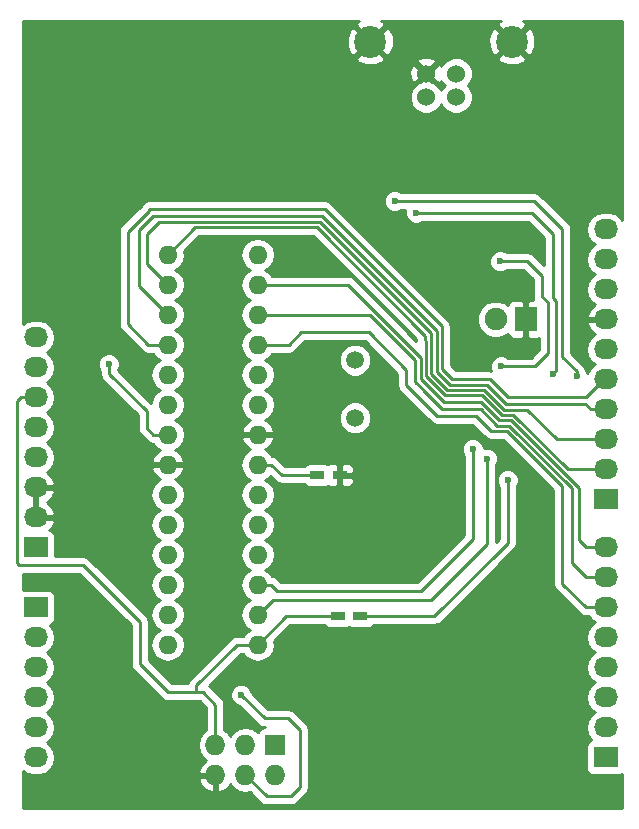
<source format=gbr>
G04 #@! TF.FileFunction,Copper,L2,Bot,Signal*
%FSLAX46Y46*%
G04 Gerber Fmt 4.6, Leading zero omitted, Abs format (unit mm)*
G04 Created by KiCad (PCBNEW 4.0.4-stable) date Fri Dec  2 08:04:54 2016*
%MOMM*%
%LPD*%
G01*
G04 APERTURE LIST*
%ADD10C,0.100000*%
%ADD11C,1.501140*%
%ADD12R,1.200000X0.750000*%
%ADD13R,1.900000X2.000000*%
%ADD14C,1.900000*%
%ADD15O,1.600000X1.600000*%
%ADD16C,1.524000*%
%ADD17C,2.700020*%
%ADD18R,2.032000X1.727200*%
%ADD19O,2.032000X1.727200*%
%ADD20R,1.727200X1.727200*%
%ADD21O,1.727200X1.727200*%
%ADD22C,0.600000*%
%ADD23C,0.250000*%
%ADD24C,0.254000*%
G04 APERTURE END LIST*
D10*
D11*
X214740000Y-98398120D03*
X214740000Y-103280000D03*
D12*
X211540000Y-108130000D03*
X213440000Y-108130000D03*
X213290000Y-120070000D03*
X215190000Y-120070000D03*
D13*
X229190000Y-94930000D03*
D14*
X226650000Y-94930000D03*
D15*
X206490000Y-122480000D03*
X206490000Y-119940000D03*
X206490000Y-117400000D03*
X206490000Y-114860000D03*
X206490000Y-112320000D03*
X206490000Y-109780000D03*
X206490000Y-107240000D03*
X206490000Y-104700000D03*
X206490000Y-102160000D03*
X206490000Y-99620000D03*
X206490000Y-97080000D03*
X206490000Y-94540000D03*
X206490000Y-92000000D03*
X206490000Y-89460000D03*
X198870000Y-89460000D03*
X198870000Y-92000000D03*
X198870000Y-94540000D03*
X198870000Y-97080000D03*
X198870000Y-99620000D03*
X198870000Y-102160000D03*
X198870000Y-104700000D03*
X198870000Y-107240000D03*
X198870000Y-109780000D03*
X198870000Y-112320000D03*
X198870000Y-114860000D03*
X198870000Y-117400000D03*
X198870000Y-119940000D03*
X198870000Y-122480000D03*
D16*
X223290000Y-76128980D03*
X220750000Y-76128980D03*
X220750000Y-74130000D03*
X223290000Y-74130000D03*
D17*
X228019480Y-71429980D03*
X216020520Y-71429980D03*
D18*
X235950000Y-132030000D03*
D19*
X235950000Y-129490000D03*
X235950000Y-126950000D03*
X235950000Y-124410000D03*
X235950000Y-121870000D03*
X235950000Y-119330000D03*
X235950000Y-116790000D03*
X235950000Y-114250000D03*
D18*
X235950000Y-110186000D03*
D19*
X235950000Y-107646000D03*
X235950000Y-105106000D03*
X235950000Y-102566000D03*
X235950000Y-100026000D03*
X235950000Y-97486000D03*
X235950000Y-94946000D03*
X235950000Y-92406000D03*
X235950000Y-89866000D03*
X235950000Y-87326000D03*
D18*
X187690000Y-119330000D03*
D19*
X187690000Y-121870000D03*
X187690000Y-124410000D03*
X187690000Y-126950000D03*
X187690000Y-129490000D03*
X187690000Y-132030000D03*
D18*
X187690000Y-114250000D03*
D19*
X187690000Y-111710000D03*
X187690000Y-109170000D03*
X187690000Y-106630000D03*
X187690000Y-104090000D03*
X187690000Y-101550000D03*
X187690000Y-99010000D03*
X187690000Y-96470000D03*
D20*
X207990000Y-130990000D03*
D21*
X207990000Y-133530000D03*
X205450000Y-130990000D03*
X205450000Y-133530000D03*
X202910000Y-130990000D03*
X202910000Y-133530000D03*
D22*
X224690000Y-87880000D03*
X214490000Y-81030000D03*
X218290000Y-103330000D03*
X195890000Y-106530000D03*
X216290000Y-112530000D03*
X219490000Y-80930000D03*
X212640000Y-82080000D03*
X226290000Y-78530000D03*
X233890000Y-71730000D03*
X220890000Y-89730000D03*
X214490000Y-109930000D03*
X209690000Y-106730000D03*
X193890000Y-98730000D03*
X218090000Y-84930000D03*
X233490000Y-99730000D03*
X225890000Y-106730000D03*
X219890000Y-85930000D03*
X231490000Y-99530000D03*
X224690000Y-105930000D03*
X205090000Y-126730000D03*
X227030000Y-90030000D03*
X227100000Y-98930000D03*
X227660000Y-108540000D03*
D23*
X206490000Y-107240000D02*
X207621370Y-107240000D01*
X207621370Y-107240000D02*
X208511370Y-108130000D01*
X208511370Y-108130000D02*
X210690000Y-108130000D01*
X210690000Y-108130000D02*
X211540000Y-108130000D01*
X197090000Y-104130000D02*
X197660000Y-104700000D01*
X197660000Y-104700000D02*
X198870000Y-104700000D01*
X197090000Y-102730000D02*
X197090000Y-104130000D01*
X193890000Y-99530000D02*
X197090000Y-102730000D01*
X193890000Y-98730000D02*
X193890000Y-99530000D01*
X206490000Y-122480000D02*
X208900000Y-120070000D01*
X208900000Y-120070000D02*
X213290000Y-120070000D01*
X201290000Y-126530000D02*
X198890000Y-126530000D01*
X191690000Y-115730000D02*
X186290000Y-115730000D01*
X198890000Y-126530000D02*
X196490000Y-124130000D01*
X196490000Y-124130000D02*
X196490000Y-120530000D01*
X196490000Y-120530000D02*
X191690000Y-115730000D01*
X186090000Y-115530000D02*
X186090000Y-101884000D01*
X186290000Y-115730000D02*
X186090000Y-115530000D01*
X186090000Y-101884000D02*
X186424000Y-101550000D01*
X186424000Y-101550000D02*
X187690000Y-101550000D01*
X201290000Y-125930000D02*
X204740000Y-122480000D01*
X204740000Y-122480000D02*
X206490000Y-122480000D01*
X201290000Y-126530000D02*
X201890000Y-126530000D01*
X201290000Y-126530000D02*
X201290000Y-125930000D01*
X201890000Y-126530000D02*
X202910000Y-127550000D01*
X202910000Y-127550000D02*
X202910000Y-130990000D01*
X206490000Y-119940000D02*
X207750000Y-118680000D01*
X225890000Y-113930000D02*
X225890000Y-106730000D01*
X207750000Y-118680000D02*
X221140000Y-118680000D01*
X221140000Y-118680000D02*
X225890000Y-113930000D01*
X229890000Y-84930000D02*
X218090000Y-84930000D01*
X232290000Y-87330000D02*
X229890000Y-84930000D01*
X232290000Y-92330000D02*
X232290000Y-92130000D01*
X232290000Y-98105736D02*
X232290000Y-92330000D01*
X232290000Y-92330000D02*
X232290000Y-87330000D01*
X233490000Y-99730000D02*
X233490000Y-99305736D01*
X233490000Y-99305736D02*
X232290000Y-98105736D01*
X220314264Y-85930000D02*
X219890000Y-85930000D01*
X229690000Y-85930000D02*
X220314264Y-85930000D01*
X231490000Y-93093589D02*
X231490000Y-87730000D01*
X231789999Y-93393588D02*
X231490000Y-93093589D01*
X231490000Y-87730000D02*
X229690000Y-85930000D01*
X231789999Y-99230001D02*
X231789999Y-93393588D01*
X231490000Y-99530000D02*
X231789999Y-99230001D01*
X224690000Y-113530000D02*
X224690000Y-105930000D01*
X220290000Y-117930000D02*
X224690000Y-113530000D01*
X208151370Y-117930000D02*
X220290000Y-117930000D01*
X206490000Y-117400000D02*
X207621370Y-117400000D01*
X207621370Y-117400000D02*
X208151370Y-117930000D01*
X206490000Y-97080000D02*
X209140000Y-97080000D01*
X219090000Y-99230000D02*
X219090000Y-100530000D01*
X234290000Y-119330000D02*
X235950000Y-119330000D01*
X209140000Y-97080000D02*
X210190000Y-96030000D01*
X232290000Y-117330000D02*
X234290000Y-119330000D01*
X210190000Y-96030000D02*
X215890000Y-96030000D01*
X215890000Y-96030000D02*
X219090000Y-99230000D01*
X227590000Y-104380000D02*
X232290000Y-109080000D01*
X219090000Y-100530000D02*
X221690000Y-103130000D01*
X221690000Y-103130000D02*
X224990000Y-103130000D01*
X226240000Y-104380000D02*
X227590000Y-104380000D01*
X224990000Y-103130000D02*
X226240000Y-104380000D01*
X232290000Y-109080000D02*
X232290000Y-117330000D01*
X206490000Y-94540000D02*
X216000000Y-94540000D01*
X225376410Y-102530000D02*
X226776399Y-103929989D01*
X222090000Y-102530000D02*
X225376410Y-102530000D01*
X233090000Y-109243589D02*
X233090000Y-115590000D01*
X233090000Y-115590000D02*
X234290000Y-116790000D01*
X227776400Y-103929989D02*
X233090000Y-109243589D01*
X226776399Y-103929989D02*
X227776400Y-103929989D01*
X220490000Y-100930000D02*
X222090000Y-102530000D01*
X220490000Y-100875644D02*
X220490000Y-100930000D01*
X219839945Y-100225589D02*
X220490000Y-100875644D01*
X216000000Y-94540000D02*
X219839945Y-98379945D01*
X234684000Y-116790000D02*
X235950000Y-116790000D01*
X219839945Y-98379945D02*
X219839945Y-100225589D01*
X234290000Y-116790000D02*
X234684000Y-116790000D01*
X233690000Y-113650000D02*
X234290000Y-114250000D01*
X233690000Y-109207178D02*
X233690000Y-113650000D01*
X221044356Y-100730000D02*
X221090000Y-100730000D01*
X227962800Y-103479978D02*
X233690000Y-109207178D01*
X225412821Y-101930000D02*
X226962799Y-103479978D01*
X220289956Y-99975600D02*
X221044356Y-100730000D01*
X214114356Y-92000000D02*
X220289956Y-98175600D01*
X206490000Y-92000000D02*
X214114356Y-92000000D01*
X221090000Y-100730000D02*
X222290000Y-101930000D01*
X234684000Y-114250000D02*
X235950000Y-114250000D01*
X222290000Y-101930000D02*
X225412821Y-101930000D01*
X226962799Y-103479978D02*
X227962800Y-103479978D01*
X234290000Y-114250000D02*
X234684000Y-114250000D01*
X220289956Y-98175600D02*
X220289956Y-99975600D01*
X232765233Y-107646000D02*
X234684000Y-107646000D01*
X222376443Y-101380033D02*
X225499265Y-101380033D01*
X220739967Y-99743557D02*
X222376443Y-101380033D01*
X228149200Y-103029967D02*
X232765233Y-107646000D01*
X225499265Y-101380033D02*
X227149199Y-103029967D01*
X201200000Y-87130000D02*
X211490000Y-87130000D01*
X211490000Y-87130000D02*
X220690000Y-96330000D01*
X198870000Y-89460000D02*
X201200000Y-87130000D01*
X234684000Y-107646000D02*
X235950000Y-107646000D01*
X220739967Y-96779967D02*
X220739967Y-99743557D01*
X220690000Y-96330000D02*
X220690000Y-96730000D01*
X227149199Y-103029967D02*
X228149200Y-103029967D01*
X220690000Y-96730000D02*
X220739967Y-96779967D01*
X198870000Y-92000000D02*
X197090000Y-90220000D01*
X197090000Y-90220000D02*
X197090000Y-87730000D01*
X222562842Y-100930022D02*
X225685665Y-100930022D01*
X197090000Y-87730000D02*
X198140011Y-86679989D01*
X231816000Y-105106000D02*
X235950000Y-105106000D01*
X198140011Y-86679989D02*
X211739989Y-86679989D01*
X211739989Y-86679989D02*
X221189978Y-96129978D01*
X227335599Y-102579956D02*
X229289956Y-102579956D01*
X221189978Y-96129978D02*
X221189978Y-99557158D01*
X221189978Y-99557158D02*
X222562842Y-100930022D01*
X225685665Y-100930022D02*
X227335599Y-102579956D01*
X229289956Y-102579956D02*
X231816000Y-105106000D01*
X225872065Y-100480011D02*
X222749242Y-100480011D01*
X221639989Y-95943578D02*
X211926389Y-86229978D01*
X235950000Y-102566000D02*
X234684000Y-102566000D01*
X227521998Y-102129945D02*
X225872065Y-100480011D01*
X196460000Y-92130000D02*
X198070001Y-93740001D01*
X211926389Y-86229978D02*
X197590022Y-86229978D01*
X222749242Y-100480011D02*
X221639989Y-99370758D01*
X197590022Y-86229978D02*
X196460000Y-87360000D01*
X198070001Y-93740001D02*
X198870000Y-94540000D01*
X234247945Y-102129945D02*
X227521998Y-102129945D01*
X221639989Y-99370758D02*
X221639989Y-95943578D01*
X234684000Y-102566000D02*
X234247945Y-102129945D01*
X196460000Y-87360000D02*
X196460000Y-92130000D01*
X209090000Y-128730000D02*
X207090000Y-128730000D01*
X210090000Y-129730000D02*
X209090000Y-128730000D01*
X207090000Y-128730000D02*
X205090000Y-126730000D01*
X210090000Y-134530000D02*
X210090000Y-129730000D01*
X209290000Y-135330000D02*
X210090000Y-134530000D01*
X205450000Y-133530000D02*
X207250000Y-135330000D01*
X207250000Y-135330000D02*
X209290000Y-135330000D01*
X198870000Y-97080000D02*
X197240000Y-97080000D01*
X222090000Y-95530000D02*
X222090000Y-99130000D01*
X197240000Y-97080000D02*
X195490000Y-95330000D01*
X195490000Y-95330000D02*
X195490000Y-87530000D01*
X195490000Y-87530000D02*
X197290000Y-85730000D01*
X227690000Y-101530000D02*
X234293600Y-101530000D01*
X197290000Y-85730000D02*
X197290000Y-85630000D01*
X197290000Y-85630000D02*
X212190000Y-85630000D01*
X234293600Y-101530000D02*
X235797600Y-100026000D01*
X212190000Y-85630000D02*
X222090000Y-95530000D01*
X222090000Y-99130000D02*
X222986000Y-100026000D01*
X222986000Y-100026000D02*
X226186000Y-100026000D01*
X226186000Y-100026000D02*
X227690000Y-101530000D01*
X235797600Y-100026000D02*
X235950000Y-100026000D01*
X229310000Y-90030000D02*
X227030000Y-90030000D01*
X230530000Y-91250000D02*
X229310000Y-90030000D01*
X230530000Y-93000000D02*
X230530000Y-91250000D01*
X231110000Y-93580000D02*
X230530000Y-93000000D01*
X231110000Y-97770000D02*
X231110000Y-93580000D01*
X229950000Y-98930000D02*
X231110000Y-97770000D01*
X227100000Y-98930000D02*
X229950000Y-98930000D01*
X227660000Y-113840000D02*
X227660000Y-108540000D01*
X227070000Y-114430000D02*
X227660000Y-113840000D01*
X227070000Y-114450000D02*
X227070000Y-114430000D01*
X221450000Y-120070000D02*
X227070000Y-114450000D01*
X215190000Y-120070000D02*
X221450000Y-120070000D01*
D24*
G36*
X214935992Y-69721190D02*
X214794524Y-70024379D01*
X216020520Y-71250375D01*
X217246516Y-70024379D01*
X217105048Y-69721190D01*
X216939147Y-69657000D01*
X227089920Y-69657000D01*
X226934952Y-69721190D01*
X226793484Y-70024379D01*
X228019480Y-71250375D01*
X229245476Y-70024379D01*
X229104008Y-69721190D01*
X228938107Y-69657000D01*
X237363000Y-69657000D01*
X237363000Y-86518635D01*
X237194415Y-86266330D01*
X236708234Y-85941474D01*
X236134745Y-85827400D01*
X235765255Y-85827400D01*
X235191766Y-85941474D01*
X234705585Y-86266330D01*
X234380729Y-86752511D01*
X234266655Y-87326000D01*
X234380729Y-87899489D01*
X234705585Y-88385670D01*
X235020366Y-88596000D01*
X234705585Y-88806330D01*
X234380729Y-89292511D01*
X234266655Y-89866000D01*
X234380729Y-90439489D01*
X234705585Y-90925670D01*
X235020366Y-91136000D01*
X234705585Y-91346330D01*
X234380729Y-91832511D01*
X234266655Y-92406000D01*
X234380729Y-92979489D01*
X234705585Y-93465670D01*
X235015069Y-93672461D01*
X234599268Y-94043964D01*
X234345291Y-94571209D01*
X234342642Y-94586974D01*
X234463783Y-94819000D01*
X235823000Y-94819000D01*
X235823000Y-94799000D01*
X236077000Y-94799000D01*
X236077000Y-94819000D01*
X236097000Y-94819000D01*
X236097000Y-95073000D01*
X236077000Y-95073000D01*
X236077000Y-95093000D01*
X235823000Y-95093000D01*
X235823000Y-95073000D01*
X234463783Y-95073000D01*
X234342642Y-95305026D01*
X234345291Y-95320791D01*
X234599268Y-95848036D01*
X235015069Y-96219539D01*
X234705585Y-96426330D01*
X234380729Y-96912511D01*
X234266655Y-97486000D01*
X234380729Y-98059489D01*
X234705585Y-98545670D01*
X235020366Y-98756000D01*
X234705585Y-98966330D01*
X234384613Y-99446698D01*
X234283117Y-99201057D01*
X234215755Y-99133578D01*
X234192148Y-99014897D01*
X234192148Y-99014896D01*
X234027401Y-98768335D01*
X233050000Y-97790934D01*
X233050000Y-87330000D01*
X232992148Y-87039161D01*
X232827401Y-86792599D01*
X230427401Y-84392599D01*
X230180839Y-84227852D01*
X229890000Y-84170000D01*
X218652463Y-84170000D01*
X218620327Y-84137808D01*
X218276799Y-83995162D01*
X217904833Y-83994838D01*
X217561057Y-84136883D01*
X217297808Y-84399673D01*
X217155162Y-84743201D01*
X217154838Y-85115167D01*
X217296883Y-85458943D01*
X217559673Y-85722192D01*
X217903201Y-85864838D01*
X218275167Y-85865162D01*
X218618943Y-85723117D01*
X218652118Y-85690000D01*
X218977253Y-85690000D01*
X218955162Y-85743201D01*
X218954838Y-86115167D01*
X219096883Y-86458943D01*
X219359673Y-86722192D01*
X219703201Y-86864838D01*
X220075167Y-86865162D01*
X220418943Y-86723117D01*
X220452118Y-86690000D01*
X229375198Y-86690000D01*
X230730000Y-88044802D01*
X230730000Y-90375198D01*
X229847401Y-89492599D01*
X229600839Y-89327852D01*
X229310000Y-89270000D01*
X227592463Y-89270000D01*
X227560327Y-89237808D01*
X227216799Y-89095162D01*
X226844833Y-89094838D01*
X226501057Y-89236883D01*
X226237808Y-89499673D01*
X226095162Y-89843201D01*
X226094838Y-90215167D01*
X226236883Y-90558943D01*
X226499673Y-90822192D01*
X226843201Y-90964838D01*
X227215167Y-90965162D01*
X227558943Y-90823117D01*
X227592118Y-90790000D01*
X228995198Y-90790000D01*
X229770000Y-91564802D01*
X229770000Y-93000000D01*
X229827852Y-93290839D01*
X229830632Y-93295000D01*
X229475750Y-93295000D01*
X229317000Y-93453750D01*
X229317000Y-94803000D01*
X229337000Y-94803000D01*
X229337000Y-95057000D01*
X229317000Y-95057000D01*
X229317000Y-96406250D01*
X229475750Y-96565000D01*
X230266310Y-96565000D01*
X230350000Y-96530334D01*
X230350000Y-97455198D01*
X229635198Y-98170000D01*
X227662463Y-98170000D01*
X227630327Y-98137808D01*
X227286799Y-97995162D01*
X226914833Y-97994838D01*
X226571057Y-98136883D01*
X226307808Y-98399673D01*
X226165162Y-98743201D01*
X226164838Y-99115167D01*
X226230847Y-99274921D01*
X226186000Y-99266000D01*
X223300802Y-99266000D01*
X222850000Y-98815198D01*
X222850000Y-95530000D01*
X222809790Y-95327852D01*
X222793090Y-95243893D01*
X225064725Y-95243893D01*
X225305519Y-95826657D01*
X225750997Y-96272914D01*
X226333341Y-96514724D01*
X226963893Y-96515275D01*
X227546657Y-96274481D01*
X227651867Y-96169455D01*
X227701673Y-96289698D01*
X227880301Y-96468327D01*
X228113690Y-96565000D01*
X228904250Y-96565000D01*
X229063000Y-96406250D01*
X229063000Y-95057000D01*
X229043000Y-95057000D01*
X229043000Y-94803000D01*
X229063000Y-94803000D01*
X229063000Y-93453750D01*
X228904250Y-93295000D01*
X228113690Y-93295000D01*
X227880301Y-93391673D01*
X227701673Y-93570302D01*
X227651988Y-93690251D01*
X227549003Y-93587086D01*
X226966659Y-93345276D01*
X226336107Y-93344725D01*
X225753343Y-93585519D01*
X225307086Y-94030997D01*
X225065276Y-94613341D01*
X225064725Y-95243893D01*
X222793090Y-95243893D01*
X222792148Y-95239160D01*
X222627401Y-94992599D01*
X212727401Y-85092599D01*
X212480839Y-84927852D01*
X212190000Y-84870000D01*
X197290000Y-84870000D01*
X196999161Y-84927852D01*
X196752599Y-85092599D01*
X196587852Y-85339161D01*
X196583337Y-85361861D01*
X194952599Y-86992599D01*
X194787852Y-87239161D01*
X194730000Y-87530000D01*
X194730000Y-95330000D01*
X194787852Y-95620839D01*
X194952599Y-95867401D01*
X196702599Y-97617401D01*
X196949161Y-97782148D01*
X197240000Y-97840000D01*
X197657005Y-97840000D01*
X197827189Y-98094698D01*
X198209275Y-98350000D01*
X197827189Y-98605302D01*
X197516120Y-99070849D01*
X197406887Y-99620000D01*
X197516120Y-100169151D01*
X197827189Y-100634698D01*
X198209275Y-100890000D01*
X197827189Y-101145302D01*
X197516120Y-101610849D01*
X197438064Y-102003262D01*
X194685988Y-99251186D01*
X194824838Y-98916799D01*
X194825162Y-98544833D01*
X194683117Y-98201057D01*
X194420327Y-97937808D01*
X194076799Y-97795162D01*
X193704833Y-97794838D01*
X193361057Y-97936883D01*
X193097808Y-98199673D01*
X192955162Y-98543201D01*
X192954838Y-98915167D01*
X193096883Y-99258943D01*
X193130000Y-99292118D01*
X193130000Y-99530000D01*
X193187852Y-99820839D01*
X193352599Y-100067401D01*
X196330000Y-103044802D01*
X196330000Y-104130000D01*
X196387852Y-104420839D01*
X196552599Y-104667401D01*
X197122599Y-105237401D01*
X197369161Y-105402148D01*
X197656546Y-105459313D01*
X197827189Y-105714698D01*
X198231703Y-105984986D01*
X198014866Y-106087611D01*
X197638959Y-106502577D01*
X197478096Y-106890961D01*
X197600085Y-107113000D01*
X198743000Y-107113000D01*
X198743000Y-107093000D01*
X198997000Y-107093000D01*
X198997000Y-107113000D01*
X200139915Y-107113000D01*
X200261904Y-106890961D01*
X200101041Y-106502577D01*
X199725134Y-106087611D01*
X199508297Y-105984986D01*
X199912811Y-105714698D01*
X200223880Y-105249151D01*
X200333113Y-104700000D01*
X200223880Y-104150849D01*
X199912811Y-103685302D01*
X199530725Y-103430000D01*
X199912811Y-103174698D01*
X200223880Y-102709151D01*
X200333113Y-102160000D01*
X200223880Y-101610849D01*
X199912811Y-101145302D01*
X199530725Y-100890000D01*
X199912811Y-100634698D01*
X200223880Y-100169151D01*
X200333113Y-99620000D01*
X200223880Y-99070849D01*
X199912811Y-98605302D01*
X199530725Y-98350000D01*
X199912811Y-98094698D01*
X200223880Y-97629151D01*
X200333113Y-97080000D01*
X200223880Y-96530849D01*
X199912811Y-96065302D01*
X199530725Y-95810000D01*
X199912811Y-95554698D01*
X200223880Y-95089151D01*
X200333113Y-94540000D01*
X200223880Y-93990849D01*
X199912811Y-93525302D01*
X199530725Y-93270000D01*
X199912811Y-93014698D01*
X200223880Y-92549151D01*
X200333113Y-92000000D01*
X200223880Y-91450849D01*
X199912811Y-90985302D01*
X199530725Y-90730000D01*
X199912811Y-90474698D01*
X200223880Y-90009151D01*
X200333113Y-89460000D01*
X200268688Y-89136114D01*
X201514802Y-87890000D01*
X211175198Y-87890000D01*
X219930000Y-96644802D01*
X219930000Y-96730000D01*
X219932692Y-96743534D01*
X214651757Y-91462599D01*
X214405195Y-91297852D01*
X214114356Y-91240000D01*
X207702995Y-91240000D01*
X207532811Y-90985302D01*
X207150725Y-90730000D01*
X207532811Y-90474698D01*
X207843880Y-90009151D01*
X207953113Y-89460000D01*
X207843880Y-88910849D01*
X207532811Y-88445302D01*
X207067264Y-88134233D01*
X206518113Y-88025000D01*
X206461887Y-88025000D01*
X205912736Y-88134233D01*
X205447189Y-88445302D01*
X205136120Y-88910849D01*
X205026887Y-89460000D01*
X205136120Y-90009151D01*
X205447189Y-90474698D01*
X205829275Y-90730000D01*
X205447189Y-90985302D01*
X205136120Y-91450849D01*
X205026887Y-92000000D01*
X205136120Y-92549151D01*
X205447189Y-93014698D01*
X205829275Y-93270000D01*
X205447189Y-93525302D01*
X205136120Y-93990849D01*
X205026887Y-94540000D01*
X205136120Y-95089151D01*
X205447189Y-95554698D01*
X205829275Y-95810000D01*
X205447189Y-96065302D01*
X205136120Y-96530849D01*
X205026887Y-97080000D01*
X205136120Y-97629151D01*
X205447189Y-98094698D01*
X205829275Y-98350000D01*
X205447189Y-98605302D01*
X205136120Y-99070849D01*
X205026887Y-99620000D01*
X205136120Y-100169151D01*
X205447189Y-100634698D01*
X205829275Y-100890000D01*
X205447189Y-101145302D01*
X205136120Y-101610849D01*
X205026887Y-102160000D01*
X205136120Y-102709151D01*
X205447189Y-103174698D01*
X205851703Y-103444986D01*
X205634866Y-103547611D01*
X205258959Y-103962577D01*
X205098096Y-104350961D01*
X205220085Y-104573000D01*
X206363000Y-104573000D01*
X206363000Y-104553000D01*
X206617000Y-104553000D01*
X206617000Y-104573000D01*
X207759915Y-104573000D01*
X207881904Y-104350961D01*
X207721041Y-103962577D01*
X207351283Y-103554398D01*
X213354190Y-103554398D01*
X213564686Y-104063837D01*
X213954113Y-104453944D01*
X214463184Y-104665329D01*
X215014398Y-104665810D01*
X215523837Y-104455314D01*
X215913944Y-104065887D01*
X216125329Y-103556816D01*
X216125810Y-103005602D01*
X215915314Y-102496163D01*
X215525887Y-102106056D01*
X215016816Y-101894671D01*
X214465602Y-101894190D01*
X213956163Y-102104686D01*
X213566056Y-102494113D01*
X213354671Y-103003184D01*
X213354190Y-103554398D01*
X207351283Y-103554398D01*
X207345134Y-103547611D01*
X207128297Y-103444986D01*
X207532811Y-103174698D01*
X207843880Y-102709151D01*
X207953113Y-102160000D01*
X207843880Y-101610849D01*
X207532811Y-101145302D01*
X207150725Y-100890000D01*
X207532811Y-100634698D01*
X207843880Y-100169151D01*
X207953113Y-99620000D01*
X207843880Y-99070849D01*
X207577724Y-98672518D01*
X213354190Y-98672518D01*
X213564686Y-99181957D01*
X213954113Y-99572064D01*
X214463184Y-99783449D01*
X215014398Y-99783930D01*
X215523837Y-99573434D01*
X215913944Y-99184007D01*
X216125329Y-98674936D01*
X216125810Y-98123722D01*
X215915314Y-97614283D01*
X215525887Y-97224176D01*
X215016816Y-97012791D01*
X214465602Y-97012310D01*
X213956163Y-97222806D01*
X213566056Y-97612233D01*
X213354671Y-98121304D01*
X213354190Y-98672518D01*
X207577724Y-98672518D01*
X207532811Y-98605302D01*
X207150725Y-98350000D01*
X207532811Y-98094698D01*
X207702995Y-97840000D01*
X209140000Y-97840000D01*
X209430839Y-97782148D01*
X209677401Y-97617401D01*
X210504802Y-96790000D01*
X215575198Y-96790000D01*
X218330000Y-99544802D01*
X218330000Y-100530000D01*
X218387852Y-100820839D01*
X218552599Y-101067401D01*
X221152599Y-103667401D01*
X221399160Y-103832148D01*
X221690000Y-103890000D01*
X224675198Y-103890000D01*
X225702599Y-104917401D01*
X225949161Y-105082148D01*
X226240000Y-105140000D01*
X227275198Y-105140000D01*
X231530000Y-109394802D01*
X231530000Y-117330000D01*
X231587852Y-117620839D01*
X231752599Y-117867401D01*
X233752599Y-119867401D01*
X233999161Y-120032148D01*
X234290000Y-120090000D01*
X234505352Y-120090000D01*
X234705585Y-120389670D01*
X235020366Y-120600000D01*
X234705585Y-120810330D01*
X234380729Y-121296511D01*
X234266655Y-121870000D01*
X234380729Y-122443489D01*
X234705585Y-122929670D01*
X235020366Y-123140000D01*
X234705585Y-123350330D01*
X234380729Y-123836511D01*
X234266655Y-124410000D01*
X234380729Y-124983489D01*
X234705585Y-125469670D01*
X235020366Y-125680000D01*
X234705585Y-125890330D01*
X234380729Y-126376511D01*
X234266655Y-126950000D01*
X234380729Y-127523489D01*
X234705585Y-128009670D01*
X235020366Y-128220000D01*
X234705585Y-128430330D01*
X234380729Y-128916511D01*
X234266655Y-129490000D01*
X234380729Y-130063489D01*
X234705585Y-130549670D01*
X234719913Y-130559243D01*
X234698683Y-130563238D01*
X234482559Y-130702310D01*
X234337569Y-130914510D01*
X234286560Y-131166400D01*
X234286560Y-132893600D01*
X234330838Y-133128917D01*
X234469910Y-133345041D01*
X234682110Y-133490031D01*
X234934000Y-133541040D01*
X236966000Y-133541040D01*
X237201317Y-133496762D01*
X237363000Y-133392722D01*
X237363000Y-136290000D01*
X186617000Y-136290000D01*
X186617000Y-133889027D01*
X201455032Y-133889027D01*
X201703179Y-134418490D01*
X202135053Y-134812688D01*
X202550974Y-134984958D01*
X202783000Y-134863817D01*
X202783000Y-133657000D01*
X201575531Y-133657000D01*
X201455032Y-133889027D01*
X186617000Y-133889027D01*
X186617000Y-133204206D01*
X186931766Y-133414526D01*
X187505255Y-133528600D01*
X187874745Y-133528600D01*
X188448234Y-133414526D01*
X188934415Y-133089670D01*
X189259271Y-132603489D01*
X189373345Y-132030000D01*
X189259271Y-131456511D01*
X188934415Y-130970330D01*
X188619634Y-130760000D01*
X188934415Y-130549670D01*
X189259271Y-130063489D01*
X189373345Y-129490000D01*
X189259271Y-128916511D01*
X188934415Y-128430330D01*
X188619634Y-128220000D01*
X188934415Y-128009670D01*
X189259271Y-127523489D01*
X189373345Y-126950000D01*
X189259271Y-126376511D01*
X188934415Y-125890330D01*
X188619634Y-125680000D01*
X188934415Y-125469670D01*
X189259271Y-124983489D01*
X189373345Y-124410000D01*
X189259271Y-123836511D01*
X188934415Y-123350330D01*
X188619634Y-123140000D01*
X188934415Y-122929670D01*
X189259271Y-122443489D01*
X189373345Y-121870000D01*
X189259271Y-121296511D01*
X188934415Y-120810330D01*
X188920087Y-120800757D01*
X188941317Y-120796762D01*
X189157441Y-120657690D01*
X189302431Y-120445490D01*
X189353440Y-120193600D01*
X189353440Y-118466400D01*
X189309162Y-118231083D01*
X189170090Y-118014959D01*
X188957890Y-117869969D01*
X188706000Y-117818960D01*
X186674000Y-117818960D01*
X186617000Y-117829685D01*
X186617000Y-116490000D01*
X191375198Y-116490000D01*
X195730000Y-120844802D01*
X195730000Y-124130000D01*
X195787852Y-124420839D01*
X195952599Y-124667401D01*
X198352599Y-127067401D01*
X198599161Y-127232148D01*
X198890000Y-127290000D01*
X201575198Y-127290000D01*
X202150000Y-127864802D01*
X202150000Y-129700738D01*
X201850330Y-129900971D01*
X201525474Y-130387152D01*
X201411400Y-130960641D01*
X201411400Y-131019359D01*
X201525474Y-131592848D01*
X201850330Y-132079029D01*
X202121161Y-132259992D01*
X201703179Y-132641510D01*
X201455032Y-133170973D01*
X201575531Y-133403000D01*
X202783000Y-133403000D01*
X202783000Y-133383000D01*
X203037000Y-133383000D01*
X203037000Y-133403000D01*
X203057000Y-133403000D01*
X203057000Y-133657000D01*
X203037000Y-133657000D01*
X203037000Y-134863817D01*
X203269026Y-134984958D01*
X203684947Y-134812688D01*
X204116821Y-134418490D01*
X204174336Y-134295772D01*
X204390330Y-134619029D01*
X204876511Y-134943885D01*
X205450000Y-135057959D01*
X205827973Y-134982775D01*
X206712599Y-135867401D01*
X206959160Y-136032148D01*
X207007414Y-136041746D01*
X207250000Y-136090000D01*
X209290000Y-136090000D01*
X209580839Y-136032148D01*
X209827401Y-135867401D01*
X210627401Y-135067401D01*
X210792148Y-134820839D01*
X210850000Y-134530000D01*
X210850000Y-129730000D01*
X210792148Y-129439161D01*
X210627401Y-129192599D01*
X209627401Y-128192599D01*
X209380839Y-128027852D01*
X209090000Y-127970000D01*
X207404802Y-127970000D01*
X206025122Y-126590320D01*
X206025162Y-126544833D01*
X205883117Y-126201057D01*
X205620327Y-125937808D01*
X205276799Y-125795162D01*
X204904833Y-125794838D01*
X204561057Y-125936883D01*
X204297808Y-126199673D01*
X204155162Y-126543201D01*
X204154838Y-126915167D01*
X204296883Y-127258943D01*
X204559673Y-127522192D01*
X204903201Y-127664838D01*
X204950077Y-127664879D01*
X206552599Y-129267401D01*
X206799161Y-129432148D01*
X207079173Y-129487846D01*
X206891083Y-129523238D01*
X206674959Y-129662310D01*
X206529969Y-129874510D01*
X206521136Y-129918131D01*
X206509670Y-129900971D01*
X206023489Y-129576115D01*
X205450000Y-129462041D01*
X204876511Y-129576115D01*
X204390330Y-129900971D01*
X204180000Y-130215752D01*
X203969670Y-129900971D01*
X203670000Y-129700738D01*
X203670000Y-127550000D01*
X203612148Y-127259161D01*
X203447401Y-127012599D01*
X202427401Y-125992599D01*
X202352350Y-125942452D01*
X205054802Y-123240000D01*
X205277005Y-123240000D01*
X205447189Y-123494698D01*
X205912736Y-123805767D01*
X206461887Y-123915000D01*
X206518113Y-123915000D01*
X207067264Y-123805767D01*
X207532811Y-123494698D01*
X207843880Y-123029151D01*
X207953113Y-122480000D01*
X207888688Y-122156114D01*
X209214802Y-120830000D01*
X212183156Y-120830000D01*
X212225910Y-120896441D01*
X212438110Y-121041431D01*
X212690000Y-121092440D01*
X213890000Y-121092440D01*
X214125317Y-121048162D01*
X214239978Y-120974380D01*
X214338110Y-121041431D01*
X214590000Y-121092440D01*
X215790000Y-121092440D01*
X216025317Y-121048162D01*
X216241441Y-120909090D01*
X216295481Y-120830000D01*
X221450000Y-120830000D01*
X221740839Y-120772148D01*
X221987401Y-120607401D01*
X227607401Y-114987401D01*
X227647675Y-114927127D01*
X228197401Y-114377401D01*
X228362148Y-114130839D01*
X228420000Y-113840000D01*
X228420000Y-109102463D01*
X228452192Y-109070327D01*
X228594838Y-108726799D01*
X228595162Y-108354833D01*
X228453117Y-108011057D01*
X228190327Y-107747808D01*
X227846799Y-107605162D01*
X227474833Y-107604838D01*
X227131057Y-107746883D01*
X226867808Y-108009673D01*
X226725162Y-108353201D01*
X226724838Y-108725167D01*
X226866883Y-109068943D01*
X226900000Y-109102118D01*
X226900000Y-113525198D01*
X226650000Y-113775198D01*
X226650000Y-107292463D01*
X226682192Y-107260327D01*
X226824838Y-106916799D01*
X226825162Y-106544833D01*
X226683117Y-106201057D01*
X226420327Y-105937808D01*
X226076799Y-105795162D01*
X225704833Y-105794838D01*
X225625090Y-105827787D01*
X225625162Y-105744833D01*
X225483117Y-105401057D01*
X225220327Y-105137808D01*
X224876799Y-104995162D01*
X224504833Y-104994838D01*
X224161057Y-105136883D01*
X223897808Y-105399673D01*
X223755162Y-105743201D01*
X223754838Y-106115167D01*
X223896883Y-106458943D01*
X223930000Y-106492118D01*
X223930000Y-113215198D01*
X219975198Y-117170000D01*
X208466172Y-117170000D01*
X208158771Y-116862599D01*
X207912209Y-116697852D01*
X207715507Y-116658725D01*
X207532811Y-116385302D01*
X207150725Y-116130000D01*
X207532811Y-115874698D01*
X207843880Y-115409151D01*
X207953113Y-114860000D01*
X207843880Y-114310849D01*
X207532811Y-113845302D01*
X207150725Y-113590000D01*
X207532811Y-113334698D01*
X207843880Y-112869151D01*
X207953113Y-112320000D01*
X207843880Y-111770849D01*
X207532811Y-111305302D01*
X207150725Y-111050000D01*
X207532811Y-110794698D01*
X207843880Y-110329151D01*
X207953113Y-109780000D01*
X207843880Y-109230849D01*
X207532811Y-108765302D01*
X207150725Y-108510000D01*
X207532811Y-108254698D01*
X207544208Y-108237640D01*
X207973969Y-108667401D01*
X208220531Y-108832148D01*
X208511370Y-108890000D01*
X210433156Y-108890000D01*
X210475910Y-108956441D01*
X210688110Y-109101431D01*
X210940000Y-109152440D01*
X212140000Y-109152440D01*
X212375317Y-109108162D01*
X212478646Y-109041671D01*
X212480302Y-109043327D01*
X212713691Y-109140000D01*
X213154250Y-109140000D01*
X213313000Y-108981250D01*
X213313000Y-108257000D01*
X213567000Y-108257000D01*
X213567000Y-108981250D01*
X213725750Y-109140000D01*
X214166309Y-109140000D01*
X214399698Y-109043327D01*
X214578327Y-108864699D01*
X214675000Y-108631310D01*
X214675000Y-108415750D01*
X214516250Y-108257000D01*
X213567000Y-108257000D01*
X213313000Y-108257000D01*
X213293000Y-108257000D01*
X213293000Y-108003000D01*
X213313000Y-108003000D01*
X213313000Y-107278750D01*
X213567000Y-107278750D01*
X213567000Y-108003000D01*
X214516250Y-108003000D01*
X214675000Y-107844250D01*
X214675000Y-107628690D01*
X214578327Y-107395301D01*
X214399698Y-107216673D01*
X214166309Y-107120000D01*
X213725750Y-107120000D01*
X213567000Y-107278750D01*
X213313000Y-107278750D01*
X213154250Y-107120000D01*
X212713691Y-107120000D01*
X212480302Y-107216673D01*
X212478932Y-107218043D01*
X212391890Y-107158569D01*
X212140000Y-107107560D01*
X210940000Y-107107560D01*
X210704683Y-107151838D01*
X210488559Y-107290910D01*
X210434519Y-107370000D01*
X208826172Y-107370000D01*
X208158771Y-106702599D01*
X207912209Y-106537852D01*
X207715507Y-106498725D01*
X207532811Y-106225302D01*
X207128297Y-105955014D01*
X207345134Y-105852389D01*
X207721041Y-105437423D01*
X207881904Y-105049039D01*
X207759915Y-104827000D01*
X206617000Y-104827000D01*
X206617000Y-104847000D01*
X206363000Y-104847000D01*
X206363000Y-104827000D01*
X205220085Y-104827000D01*
X205098096Y-105049039D01*
X205258959Y-105437423D01*
X205634866Y-105852389D01*
X205851703Y-105955014D01*
X205447189Y-106225302D01*
X205136120Y-106690849D01*
X205026887Y-107240000D01*
X205136120Y-107789151D01*
X205447189Y-108254698D01*
X205829275Y-108510000D01*
X205447189Y-108765302D01*
X205136120Y-109230849D01*
X205026887Y-109780000D01*
X205136120Y-110329151D01*
X205447189Y-110794698D01*
X205829275Y-111050000D01*
X205447189Y-111305302D01*
X205136120Y-111770849D01*
X205026887Y-112320000D01*
X205136120Y-112869151D01*
X205447189Y-113334698D01*
X205829275Y-113590000D01*
X205447189Y-113845302D01*
X205136120Y-114310849D01*
X205026887Y-114860000D01*
X205136120Y-115409151D01*
X205447189Y-115874698D01*
X205829275Y-116130000D01*
X205447189Y-116385302D01*
X205136120Y-116850849D01*
X205026887Y-117400000D01*
X205136120Y-117949151D01*
X205447189Y-118414698D01*
X205829275Y-118670000D01*
X205447189Y-118925302D01*
X205136120Y-119390849D01*
X205026887Y-119940000D01*
X205136120Y-120489151D01*
X205447189Y-120954698D01*
X205829275Y-121210000D01*
X205447189Y-121465302D01*
X205277005Y-121720000D01*
X204740000Y-121720000D01*
X204449161Y-121777852D01*
X204202599Y-121942599D01*
X200752599Y-125392599D01*
X200587852Y-125639161D01*
X200561826Y-125770000D01*
X199204802Y-125770000D01*
X197250000Y-123815198D01*
X197250000Y-120530000D01*
X197192148Y-120239161D01*
X197027401Y-119992599D01*
X192227401Y-115192599D01*
X191980839Y-115027852D01*
X191690000Y-114970000D01*
X189353440Y-114970000D01*
X189353440Y-113386400D01*
X189309162Y-113151083D01*
X189170090Y-112934959D01*
X188957890Y-112789969D01*
X188863073Y-112770768D01*
X189040732Y-112612036D01*
X189294709Y-112084791D01*
X189297358Y-112069026D01*
X189176217Y-111837000D01*
X187817000Y-111837000D01*
X187817000Y-111857000D01*
X187563000Y-111857000D01*
X187563000Y-111837000D01*
X187543000Y-111837000D01*
X187543000Y-111583000D01*
X187563000Y-111583000D01*
X187563000Y-109297000D01*
X187817000Y-109297000D01*
X187817000Y-111583000D01*
X189176217Y-111583000D01*
X189297358Y-111350974D01*
X189294709Y-111335209D01*
X189040732Y-110807964D01*
X188628892Y-110440000D01*
X189040732Y-110072036D01*
X189181407Y-109780000D01*
X197406887Y-109780000D01*
X197516120Y-110329151D01*
X197827189Y-110794698D01*
X198209275Y-111050000D01*
X197827189Y-111305302D01*
X197516120Y-111770849D01*
X197406887Y-112320000D01*
X197516120Y-112869151D01*
X197827189Y-113334698D01*
X198209275Y-113590000D01*
X197827189Y-113845302D01*
X197516120Y-114310849D01*
X197406887Y-114860000D01*
X197516120Y-115409151D01*
X197827189Y-115874698D01*
X198209275Y-116130000D01*
X197827189Y-116385302D01*
X197516120Y-116850849D01*
X197406887Y-117400000D01*
X197516120Y-117949151D01*
X197827189Y-118414698D01*
X198209275Y-118670000D01*
X197827189Y-118925302D01*
X197516120Y-119390849D01*
X197406887Y-119940000D01*
X197516120Y-120489151D01*
X197827189Y-120954698D01*
X198209275Y-121210000D01*
X197827189Y-121465302D01*
X197516120Y-121930849D01*
X197406887Y-122480000D01*
X197516120Y-123029151D01*
X197827189Y-123494698D01*
X198292736Y-123805767D01*
X198841887Y-123915000D01*
X198898113Y-123915000D01*
X199447264Y-123805767D01*
X199912811Y-123494698D01*
X200223880Y-123029151D01*
X200333113Y-122480000D01*
X200223880Y-121930849D01*
X199912811Y-121465302D01*
X199530725Y-121210000D01*
X199912811Y-120954698D01*
X200223880Y-120489151D01*
X200333113Y-119940000D01*
X200223880Y-119390849D01*
X199912811Y-118925302D01*
X199530725Y-118670000D01*
X199912811Y-118414698D01*
X200223880Y-117949151D01*
X200333113Y-117400000D01*
X200223880Y-116850849D01*
X199912811Y-116385302D01*
X199530725Y-116130000D01*
X199912811Y-115874698D01*
X200223880Y-115409151D01*
X200333113Y-114860000D01*
X200223880Y-114310849D01*
X199912811Y-113845302D01*
X199530725Y-113590000D01*
X199912811Y-113334698D01*
X200223880Y-112869151D01*
X200333113Y-112320000D01*
X200223880Y-111770849D01*
X199912811Y-111305302D01*
X199530725Y-111050000D01*
X199912811Y-110794698D01*
X200223880Y-110329151D01*
X200333113Y-109780000D01*
X200223880Y-109230849D01*
X199912811Y-108765302D01*
X199508297Y-108495014D01*
X199725134Y-108392389D01*
X200101041Y-107977423D01*
X200261904Y-107589039D01*
X200139915Y-107367000D01*
X198997000Y-107367000D01*
X198997000Y-107387000D01*
X198743000Y-107387000D01*
X198743000Y-107367000D01*
X197600085Y-107367000D01*
X197478096Y-107589039D01*
X197638959Y-107977423D01*
X198014866Y-108392389D01*
X198231703Y-108495014D01*
X197827189Y-108765302D01*
X197516120Y-109230849D01*
X197406887Y-109780000D01*
X189181407Y-109780000D01*
X189294709Y-109544791D01*
X189297358Y-109529026D01*
X189176217Y-109297000D01*
X187817000Y-109297000D01*
X187563000Y-109297000D01*
X187543000Y-109297000D01*
X187543000Y-109043000D01*
X187563000Y-109043000D01*
X187563000Y-109023000D01*
X187817000Y-109023000D01*
X187817000Y-109043000D01*
X189176217Y-109043000D01*
X189297358Y-108810974D01*
X189294709Y-108795209D01*
X189040732Y-108267964D01*
X188624931Y-107896461D01*
X188934415Y-107689670D01*
X189259271Y-107203489D01*
X189373345Y-106630000D01*
X189259271Y-106056511D01*
X188934415Y-105570330D01*
X188619634Y-105360000D01*
X188934415Y-105149670D01*
X189259271Y-104663489D01*
X189373345Y-104090000D01*
X189259271Y-103516511D01*
X188934415Y-103030330D01*
X188619634Y-102820000D01*
X188934415Y-102609670D01*
X189259271Y-102123489D01*
X189373345Y-101550000D01*
X189259271Y-100976511D01*
X188934415Y-100490330D01*
X188619634Y-100280000D01*
X188934415Y-100069670D01*
X189259271Y-99583489D01*
X189373345Y-99010000D01*
X189259271Y-98436511D01*
X188934415Y-97950330D01*
X188619634Y-97740000D01*
X188934415Y-97529670D01*
X189259271Y-97043489D01*
X189373345Y-96470000D01*
X189259271Y-95896511D01*
X188934415Y-95410330D01*
X188448234Y-95085474D01*
X187874745Y-94971400D01*
X187505255Y-94971400D01*
X186931766Y-95085474D01*
X186617000Y-95295794D01*
X186617000Y-76405641D01*
X219352758Y-76405641D01*
X219564990Y-76919283D01*
X219957630Y-77312609D01*
X220470900Y-77525737D01*
X221026661Y-77526222D01*
X221540303Y-77313990D01*
X221933629Y-76921350D01*
X222019949Y-76713468D01*
X222104990Y-76919283D01*
X222497630Y-77312609D01*
X223010900Y-77525737D01*
X223566661Y-77526222D01*
X224080303Y-77313990D01*
X224473629Y-76921350D01*
X224686757Y-76408080D01*
X224687242Y-75852319D01*
X224475010Y-75338677D01*
X224266168Y-75129470D01*
X224473629Y-74922370D01*
X224686757Y-74409100D01*
X224687242Y-73853339D01*
X224475010Y-73339697D01*
X224082370Y-72946371D01*
X223815558Y-72835581D01*
X226793484Y-72835581D01*
X226934952Y-73138770D01*
X227671432Y-73423727D01*
X228460900Y-73405154D01*
X229104008Y-73138770D01*
X229245476Y-72835581D01*
X228019480Y-71609585D01*
X226793484Y-72835581D01*
X223815558Y-72835581D01*
X223569100Y-72733243D01*
X223013339Y-72732758D01*
X222499697Y-72944990D01*
X222106371Y-73337630D01*
X222026605Y-73529727D01*
X221972397Y-73398857D01*
X221730213Y-73329392D01*
X220929605Y-74130000D01*
X221730213Y-74930608D01*
X221972397Y-74861143D01*
X222022509Y-74720682D01*
X222104990Y-74920303D01*
X222313832Y-75129510D01*
X222106371Y-75336610D01*
X222020051Y-75544492D01*
X221935010Y-75338677D01*
X221542370Y-74945351D01*
X221274529Y-74834134D01*
X220750000Y-74309605D01*
X220225436Y-74834169D01*
X219959697Y-74943970D01*
X219566371Y-75336610D01*
X219353243Y-75849880D01*
X219352758Y-76405641D01*
X186617000Y-76405641D01*
X186617000Y-73922302D01*
X219340856Y-73922302D01*
X219368638Y-74477368D01*
X219527603Y-74861143D01*
X219769787Y-74930608D01*
X220570395Y-74130000D01*
X219769787Y-73329392D01*
X219527603Y-73398857D01*
X219340856Y-73922302D01*
X186617000Y-73922302D01*
X186617000Y-72835581D01*
X214794524Y-72835581D01*
X214935992Y-73138770D01*
X215672472Y-73423727D01*
X216461940Y-73405154D01*
X217078450Y-73149787D01*
X219949392Y-73149787D01*
X220750000Y-73950395D01*
X221550608Y-73149787D01*
X221481143Y-72907603D01*
X220957698Y-72720856D01*
X220402632Y-72748638D01*
X220018857Y-72907603D01*
X219949392Y-73149787D01*
X217078450Y-73149787D01*
X217105048Y-73138770D01*
X217246516Y-72835581D01*
X216020520Y-71609585D01*
X214794524Y-72835581D01*
X186617000Y-72835581D01*
X186617000Y-71081932D01*
X214026773Y-71081932D01*
X214045346Y-71871400D01*
X214311730Y-72514508D01*
X214614919Y-72655976D01*
X215840915Y-71429980D01*
X216200125Y-71429980D01*
X217426121Y-72655976D01*
X217729310Y-72514508D01*
X218014267Y-71778028D01*
X217997891Y-71081932D01*
X226025733Y-71081932D01*
X226044306Y-71871400D01*
X226310690Y-72514508D01*
X226613879Y-72655976D01*
X227839875Y-71429980D01*
X228199085Y-71429980D01*
X229425081Y-72655976D01*
X229728270Y-72514508D01*
X230013227Y-71778028D01*
X229994654Y-70988560D01*
X229728270Y-70345452D01*
X229425081Y-70203984D01*
X228199085Y-71429980D01*
X227839875Y-71429980D01*
X226613879Y-70203984D01*
X226310690Y-70345452D01*
X226025733Y-71081932D01*
X217997891Y-71081932D01*
X217995694Y-70988560D01*
X217729310Y-70345452D01*
X217426121Y-70203984D01*
X216200125Y-71429980D01*
X215840915Y-71429980D01*
X214614919Y-70203984D01*
X214311730Y-70345452D01*
X214026773Y-71081932D01*
X186617000Y-71081932D01*
X186617000Y-69657000D01*
X215090960Y-69657000D01*
X214935992Y-69721190D01*
X214935992Y-69721190D01*
G37*
X214935992Y-69721190D02*
X214794524Y-70024379D01*
X216020520Y-71250375D01*
X217246516Y-70024379D01*
X217105048Y-69721190D01*
X216939147Y-69657000D01*
X227089920Y-69657000D01*
X226934952Y-69721190D01*
X226793484Y-70024379D01*
X228019480Y-71250375D01*
X229245476Y-70024379D01*
X229104008Y-69721190D01*
X228938107Y-69657000D01*
X237363000Y-69657000D01*
X237363000Y-86518635D01*
X237194415Y-86266330D01*
X236708234Y-85941474D01*
X236134745Y-85827400D01*
X235765255Y-85827400D01*
X235191766Y-85941474D01*
X234705585Y-86266330D01*
X234380729Y-86752511D01*
X234266655Y-87326000D01*
X234380729Y-87899489D01*
X234705585Y-88385670D01*
X235020366Y-88596000D01*
X234705585Y-88806330D01*
X234380729Y-89292511D01*
X234266655Y-89866000D01*
X234380729Y-90439489D01*
X234705585Y-90925670D01*
X235020366Y-91136000D01*
X234705585Y-91346330D01*
X234380729Y-91832511D01*
X234266655Y-92406000D01*
X234380729Y-92979489D01*
X234705585Y-93465670D01*
X235015069Y-93672461D01*
X234599268Y-94043964D01*
X234345291Y-94571209D01*
X234342642Y-94586974D01*
X234463783Y-94819000D01*
X235823000Y-94819000D01*
X235823000Y-94799000D01*
X236077000Y-94799000D01*
X236077000Y-94819000D01*
X236097000Y-94819000D01*
X236097000Y-95073000D01*
X236077000Y-95073000D01*
X236077000Y-95093000D01*
X235823000Y-95093000D01*
X235823000Y-95073000D01*
X234463783Y-95073000D01*
X234342642Y-95305026D01*
X234345291Y-95320791D01*
X234599268Y-95848036D01*
X235015069Y-96219539D01*
X234705585Y-96426330D01*
X234380729Y-96912511D01*
X234266655Y-97486000D01*
X234380729Y-98059489D01*
X234705585Y-98545670D01*
X235020366Y-98756000D01*
X234705585Y-98966330D01*
X234384613Y-99446698D01*
X234283117Y-99201057D01*
X234215755Y-99133578D01*
X234192148Y-99014897D01*
X234192148Y-99014896D01*
X234027401Y-98768335D01*
X233050000Y-97790934D01*
X233050000Y-87330000D01*
X232992148Y-87039161D01*
X232827401Y-86792599D01*
X230427401Y-84392599D01*
X230180839Y-84227852D01*
X229890000Y-84170000D01*
X218652463Y-84170000D01*
X218620327Y-84137808D01*
X218276799Y-83995162D01*
X217904833Y-83994838D01*
X217561057Y-84136883D01*
X217297808Y-84399673D01*
X217155162Y-84743201D01*
X217154838Y-85115167D01*
X217296883Y-85458943D01*
X217559673Y-85722192D01*
X217903201Y-85864838D01*
X218275167Y-85865162D01*
X218618943Y-85723117D01*
X218652118Y-85690000D01*
X218977253Y-85690000D01*
X218955162Y-85743201D01*
X218954838Y-86115167D01*
X219096883Y-86458943D01*
X219359673Y-86722192D01*
X219703201Y-86864838D01*
X220075167Y-86865162D01*
X220418943Y-86723117D01*
X220452118Y-86690000D01*
X229375198Y-86690000D01*
X230730000Y-88044802D01*
X230730000Y-90375198D01*
X229847401Y-89492599D01*
X229600839Y-89327852D01*
X229310000Y-89270000D01*
X227592463Y-89270000D01*
X227560327Y-89237808D01*
X227216799Y-89095162D01*
X226844833Y-89094838D01*
X226501057Y-89236883D01*
X226237808Y-89499673D01*
X226095162Y-89843201D01*
X226094838Y-90215167D01*
X226236883Y-90558943D01*
X226499673Y-90822192D01*
X226843201Y-90964838D01*
X227215167Y-90965162D01*
X227558943Y-90823117D01*
X227592118Y-90790000D01*
X228995198Y-90790000D01*
X229770000Y-91564802D01*
X229770000Y-93000000D01*
X229827852Y-93290839D01*
X229830632Y-93295000D01*
X229475750Y-93295000D01*
X229317000Y-93453750D01*
X229317000Y-94803000D01*
X229337000Y-94803000D01*
X229337000Y-95057000D01*
X229317000Y-95057000D01*
X229317000Y-96406250D01*
X229475750Y-96565000D01*
X230266310Y-96565000D01*
X230350000Y-96530334D01*
X230350000Y-97455198D01*
X229635198Y-98170000D01*
X227662463Y-98170000D01*
X227630327Y-98137808D01*
X227286799Y-97995162D01*
X226914833Y-97994838D01*
X226571057Y-98136883D01*
X226307808Y-98399673D01*
X226165162Y-98743201D01*
X226164838Y-99115167D01*
X226230847Y-99274921D01*
X226186000Y-99266000D01*
X223300802Y-99266000D01*
X222850000Y-98815198D01*
X222850000Y-95530000D01*
X222809790Y-95327852D01*
X222793090Y-95243893D01*
X225064725Y-95243893D01*
X225305519Y-95826657D01*
X225750997Y-96272914D01*
X226333341Y-96514724D01*
X226963893Y-96515275D01*
X227546657Y-96274481D01*
X227651867Y-96169455D01*
X227701673Y-96289698D01*
X227880301Y-96468327D01*
X228113690Y-96565000D01*
X228904250Y-96565000D01*
X229063000Y-96406250D01*
X229063000Y-95057000D01*
X229043000Y-95057000D01*
X229043000Y-94803000D01*
X229063000Y-94803000D01*
X229063000Y-93453750D01*
X228904250Y-93295000D01*
X228113690Y-93295000D01*
X227880301Y-93391673D01*
X227701673Y-93570302D01*
X227651988Y-93690251D01*
X227549003Y-93587086D01*
X226966659Y-93345276D01*
X226336107Y-93344725D01*
X225753343Y-93585519D01*
X225307086Y-94030997D01*
X225065276Y-94613341D01*
X225064725Y-95243893D01*
X222793090Y-95243893D01*
X222792148Y-95239160D01*
X222627401Y-94992599D01*
X212727401Y-85092599D01*
X212480839Y-84927852D01*
X212190000Y-84870000D01*
X197290000Y-84870000D01*
X196999161Y-84927852D01*
X196752599Y-85092599D01*
X196587852Y-85339161D01*
X196583337Y-85361861D01*
X194952599Y-86992599D01*
X194787852Y-87239161D01*
X194730000Y-87530000D01*
X194730000Y-95330000D01*
X194787852Y-95620839D01*
X194952599Y-95867401D01*
X196702599Y-97617401D01*
X196949161Y-97782148D01*
X197240000Y-97840000D01*
X197657005Y-97840000D01*
X197827189Y-98094698D01*
X198209275Y-98350000D01*
X197827189Y-98605302D01*
X197516120Y-99070849D01*
X197406887Y-99620000D01*
X197516120Y-100169151D01*
X197827189Y-100634698D01*
X198209275Y-100890000D01*
X197827189Y-101145302D01*
X197516120Y-101610849D01*
X197438064Y-102003262D01*
X194685988Y-99251186D01*
X194824838Y-98916799D01*
X194825162Y-98544833D01*
X194683117Y-98201057D01*
X194420327Y-97937808D01*
X194076799Y-97795162D01*
X193704833Y-97794838D01*
X193361057Y-97936883D01*
X193097808Y-98199673D01*
X192955162Y-98543201D01*
X192954838Y-98915167D01*
X193096883Y-99258943D01*
X193130000Y-99292118D01*
X193130000Y-99530000D01*
X193187852Y-99820839D01*
X193352599Y-100067401D01*
X196330000Y-103044802D01*
X196330000Y-104130000D01*
X196387852Y-104420839D01*
X196552599Y-104667401D01*
X197122599Y-105237401D01*
X197369161Y-105402148D01*
X197656546Y-105459313D01*
X197827189Y-105714698D01*
X198231703Y-105984986D01*
X198014866Y-106087611D01*
X197638959Y-106502577D01*
X197478096Y-106890961D01*
X197600085Y-107113000D01*
X198743000Y-107113000D01*
X198743000Y-107093000D01*
X198997000Y-107093000D01*
X198997000Y-107113000D01*
X200139915Y-107113000D01*
X200261904Y-106890961D01*
X200101041Y-106502577D01*
X199725134Y-106087611D01*
X199508297Y-105984986D01*
X199912811Y-105714698D01*
X200223880Y-105249151D01*
X200333113Y-104700000D01*
X200223880Y-104150849D01*
X199912811Y-103685302D01*
X199530725Y-103430000D01*
X199912811Y-103174698D01*
X200223880Y-102709151D01*
X200333113Y-102160000D01*
X200223880Y-101610849D01*
X199912811Y-101145302D01*
X199530725Y-100890000D01*
X199912811Y-100634698D01*
X200223880Y-100169151D01*
X200333113Y-99620000D01*
X200223880Y-99070849D01*
X199912811Y-98605302D01*
X199530725Y-98350000D01*
X199912811Y-98094698D01*
X200223880Y-97629151D01*
X200333113Y-97080000D01*
X200223880Y-96530849D01*
X199912811Y-96065302D01*
X199530725Y-95810000D01*
X199912811Y-95554698D01*
X200223880Y-95089151D01*
X200333113Y-94540000D01*
X200223880Y-93990849D01*
X199912811Y-93525302D01*
X199530725Y-93270000D01*
X199912811Y-93014698D01*
X200223880Y-92549151D01*
X200333113Y-92000000D01*
X200223880Y-91450849D01*
X199912811Y-90985302D01*
X199530725Y-90730000D01*
X199912811Y-90474698D01*
X200223880Y-90009151D01*
X200333113Y-89460000D01*
X200268688Y-89136114D01*
X201514802Y-87890000D01*
X211175198Y-87890000D01*
X219930000Y-96644802D01*
X219930000Y-96730000D01*
X219932692Y-96743534D01*
X214651757Y-91462599D01*
X214405195Y-91297852D01*
X214114356Y-91240000D01*
X207702995Y-91240000D01*
X207532811Y-90985302D01*
X207150725Y-90730000D01*
X207532811Y-90474698D01*
X207843880Y-90009151D01*
X207953113Y-89460000D01*
X207843880Y-88910849D01*
X207532811Y-88445302D01*
X207067264Y-88134233D01*
X206518113Y-88025000D01*
X206461887Y-88025000D01*
X205912736Y-88134233D01*
X205447189Y-88445302D01*
X205136120Y-88910849D01*
X205026887Y-89460000D01*
X205136120Y-90009151D01*
X205447189Y-90474698D01*
X205829275Y-90730000D01*
X205447189Y-90985302D01*
X205136120Y-91450849D01*
X205026887Y-92000000D01*
X205136120Y-92549151D01*
X205447189Y-93014698D01*
X205829275Y-93270000D01*
X205447189Y-93525302D01*
X205136120Y-93990849D01*
X205026887Y-94540000D01*
X205136120Y-95089151D01*
X205447189Y-95554698D01*
X205829275Y-95810000D01*
X205447189Y-96065302D01*
X205136120Y-96530849D01*
X205026887Y-97080000D01*
X205136120Y-97629151D01*
X205447189Y-98094698D01*
X205829275Y-98350000D01*
X205447189Y-98605302D01*
X205136120Y-99070849D01*
X205026887Y-99620000D01*
X205136120Y-100169151D01*
X205447189Y-100634698D01*
X205829275Y-100890000D01*
X205447189Y-101145302D01*
X205136120Y-101610849D01*
X205026887Y-102160000D01*
X205136120Y-102709151D01*
X205447189Y-103174698D01*
X205851703Y-103444986D01*
X205634866Y-103547611D01*
X205258959Y-103962577D01*
X205098096Y-104350961D01*
X205220085Y-104573000D01*
X206363000Y-104573000D01*
X206363000Y-104553000D01*
X206617000Y-104553000D01*
X206617000Y-104573000D01*
X207759915Y-104573000D01*
X207881904Y-104350961D01*
X207721041Y-103962577D01*
X207351283Y-103554398D01*
X213354190Y-103554398D01*
X213564686Y-104063837D01*
X213954113Y-104453944D01*
X214463184Y-104665329D01*
X215014398Y-104665810D01*
X215523837Y-104455314D01*
X215913944Y-104065887D01*
X216125329Y-103556816D01*
X216125810Y-103005602D01*
X215915314Y-102496163D01*
X215525887Y-102106056D01*
X215016816Y-101894671D01*
X214465602Y-101894190D01*
X213956163Y-102104686D01*
X213566056Y-102494113D01*
X213354671Y-103003184D01*
X213354190Y-103554398D01*
X207351283Y-103554398D01*
X207345134Y-103547611D01*
X207128297Y-103444986D01*
X207532811Y-103174698D01*
X207843880Y-102709151D01*
X207953113Y-102160000D01*
X207843880Y-101610849D01*
X207532811Y-101145302D01*
X207150725Y-100890000D01*
X207532811Y-100634698D01*
X207843880Y-100169151D01*
X207953113Y-99620000D01*
X207843880Y-99070849D01*
X207577724Y-98672518D01*
X213354190Y-98672518D01*
X213564686Y-99181957D01*
X213954113Y-99572064D01*
X214463184Y-99783449D01*
X215014398Y-99783930D01*
X215523837Y-99573434D01*
X215913944Y-99184007D01*
X216125329Y-98674936D01*
X216125810Y-98123722D01*
X215915314Y-97614283D01*
X215525887Y-97224176D01*
X215016816Y-97012791D01*
X214465602Y-97012310D01*
X213956163Y-97222806D01*
X213566056Y-97612233D01*
X213354671Y-98121304D01*
X213354190Y-98672518D01*
X207577724Y-98672518D01*
X207532811Y-98605302D01*
X207150725Y-98350000D01*
X207532811Y-98094698D01*
X207702995Y-97840000D01*
X209140000Y-97840000D01*
X209430839Y-97782148D01*
X209677401Y-97617401D01*
X210504802Y-96790000D01*
X215575198Y-96790000D01*
X218330000Y-99544802D01*
X218330000Y-100530000D01*
X218387852Y-100820839D01*
X218552599Y-101067401D01*
X221152599Y-103667401D01*
X221399160Y-103832148D01*
X221690000Y-103890000D01*
X224675198Y-103890000D01*
X225702599Y-104917401D01*
X225949161Y-105082148D01*
X226240000Y-105140000D01*
X227275198Y-105140000D01*
X231530000Y-109394802D01*
X231530000Y-117330000D01*
X231587852Y-117620839D01*
X231752599Y-117867401D01*
X233752599Y-119867401D01*
X233999161Y-120032148D01*
X234290000Y-120090000D01*
X234505352Y-120090000D01*
X234705585Y-120389670D01*
X235020366Y-120600000D01*
X234705585Y-120810330D01*
X234380729Y-121296511D01*
X234266655Y-121870000D01*
X234380729Y-122443489D01*
X234705585Y-122929670D01*
X235020366Y-123140000D01*
X234705585Y-123350330D01*
X234380729Y-123836511D01*
X234266655Y-124410000D01*
X234380729Y-124983489D01*
X234705585Y-125469670D01*
X235020366Y-125680000D01*
X234705585Y-125890330D01*
X234380729Y-126376511D01*
X234266655Y-126950000D01*
X234380729Y-127523489D01*
X234705585Y-128009670D01*
X235020366Y-128220000D01*
X234705585Y-128430330D01*
X234380729Y-128916511D01*
X234266655Y-129490000D01*
X234380729Y-130063489D01*
X234705585Y-130549670D01*
X234719913Y-130559243D01*
X234698683Y-130563238D01*
X234482559Y-130702310D01*
X234337569Y-130914510D01*
X234286560Y-131166400D01*
X234286560Y-132893600D01*
X234330838Y-133128917D01*
X234469910Y-133345041D01*
X234682110Y-133490031D01*
X234934000Y-133541040D01*
X236966000Y-133541040D01*
X237201317Y-133496762D01*
X237363000Y-133392722D01*
X237363000Y-136290000D01*
X186617000Y-136290000D01*
X186617000Y-133889027D01*
X201455032Y-133889027D01*
X201703179Y-134418490D01*
X202135053Y-134812688D01*
X202550974Y-134984958D01*
X202783000Y-134863817D01*
X202783000Y-133657000D01*
X201575531Y-133657000D01*
X201455032Y-133889027D01*
X186617000Y-133889027D01*
X186617000Y-133204206D01*
X186931766Y-133414526D01*
X187505255Y-133528600D01*
X187874745Y-133528600D01*
X188448234Y-133414526D01*
X188934415Y-133089670D01*
X189259271Y-132603489D01*
X189373345Y-132030000D01*
X189259271Y-131456511D01*
X188934415Y-130970330D01*
X188619634Y-130760000D01*
X188934415Y-130549670D01*
X189259271Y-130063489D01*
X189373345Y-129490000D01*
X189259271Y-128916511D01*
X188934415Y-128430330D01*
X188619634Y-128220000D01*
X188934415Y-128009670D01*
X189259271Y-127523489D01*
X189373345Y-126950000D01*
X189259271Y-126376511D01*
X188934415Y-125890330D01*
X188619634Y-125680000D01*
X188934415Y-125469670D01*
X189259271Y-124983489D01*
X189373345Y-124410000D01*
X189259271Y-123836511D01*
X188934415Y-123350330D01*
X188619634Y-123140000D01*
X188934415Y-122929670D01*
X189259271Y-122443489D01*
X189373345Y-121870000D01*
X189259271Y-121296511D01*
X188934415Y-120810330D01*
X188920087Y-120800757D01*
X188941317Y-120796762D01*
X189157441Y-120657690D01*
X189302431Y-120445490D01*
X189353440Y-120193600D01*
X189353440Y-118466400D01*
X189309162Y-118231083D01*
X189170090Y-118014959D01*
X188957890Y-117869969D01*
X188706000Y-117818960D01*
X186674000Y-117818960D01*
X186617000Y-117829685D01*
X186617000Y-116490000D01*
X191375198Y-116490000D01*
X195730000Y-120844802D01*
X195730000Y-124130000D01*
X195787852Y-124420839D01*
X195952599Y-124667401D01*
X198352599Y-127067401D01*
X198599161Y-127232148D01*
X198890000Y-127290000D01*
X201575198Y-127290000D01*
X202150000Y-127864802D01*
X202150000Y-129700738D01*
X201850330Y-129900971D01*
X201525474Y-130387152D01*
X201411400Y-130960641D01*
X201411400Y-131019359D01*
X201525474Y-131592848D01*
X201850330Y-132079029D01*
X202121161Y-132259992D01*
X201703179Y-132641510D01*
X201455032Y-133170973D01*
X201575531Y-133403000D01*
X202783000Y-133403000D01*
X202783000Y-133383000D01*
X203037000Y-133383000D01*
X203037000Y-133403000D01*
X203057000Y-133403000D01*
X203057000Y-133657000D01*
X203037000Y-133657000D01*
X203037000Y-134863817D01*
X203269026Y-134984958D01*
X203684947Y-134812688D01*
X204116821Y-134418490D01*
X204174336Y-134295772D01*
X204390330Y-134619029D01*
X204876511Y-134943885D01*
X205450000Y-135057959D01*
X205827973Y-134982775D01*
X206712599Y-135867401D01*
X206959160Y-136032148D01*
X207007414Y-136041746D01*
X207250000Y-136090000D01*
X209290000Y-136090000D01*
X209580839Y-136032148D01*
X209827401Y-135867401D01*
X210627401Y-135067401D01*
X210792148Y-134820839D01*
X210850000Y-134530000D01*
X210850000Y-129730000D01*
X210792148Y-129439161D01*
X210627401Y-129192599D01*
X209627401Y-128192599D01*
X209380839Y-128027852D01*
X209090000Y-127970000D01*
X207404802Y-127970000D01*
X206025122Y-126590320D01*
X206025162Y-126544833D01*
X205883117Y-126201057D01*
X205620327Y-125937808D01*
X205276799Y-125795162D01*
X204904833Y-125794838D01*
X204561057Y-125936883D01*
X204297808Y-126199673D01*
X204155162Y-126543201D01*
X204154838Y-126915167D01*
X204296883Y-127258943D01*
X204559673Y-127522192D01*
X204903201Y-127664838D01*
X204950077Y-127664879D01*
X206552599Y-129267401D01*
X206799161Y-129432148D01*
X207079173Y-129487846D01*
X206891083Y-129523238D01*
X206674959Y-129662310D01*
X206529969Y-129874510D01*
X206521136Y-129918131D01*
X206509670Y-129900971D01*
X206023489Y-129576115D01*
X205450000Y-129462041D01*
X204876511Y-129576115D01*
X204390330Y-129900971D01*
X204180000Y-130215752D01*
X203969670Y-129900971D01*
X203670000Y-129700738D01*
X203670000Y-127550000D01*
X203612148Y-127259161D01*
X203447401Y-127012599D01*
X202427401Y-125992599D01*
X202352350Y-125942452D01*
X205054802Y-123240000D01*
X205277005Y-123240000D01*
X205447189Y-123494698D01*
X205912736Y-123805767D01*
X206461887Y-123915000D01*
X206518113Y-123915000D01*
X207067264Y-123805767D01*
X207532811Y-123494698D01*
X207843880Y-123029151D01*
X207953113Y-122480000D01*
X207888688Y-122156114D01*
X209214802Y-120830000D01*
X212183156Y-120830000D01*
X212225910Y-120896441D01*
X212438110Y-121041431D01*
X212690000Y-121092440D01*
X213890000Y-121092440D01*
X214125317Y-121048162D01*
X214239978Y-120974380D01*
X214338110Y-121041431D01*
X214590000Y-121092440D01*
X215790000Y-121092440D01*
X216025317Y-121048162D01*
X216241441Y-120909090D01*
X216295481Y-120830000D01*
X221450000Y-120830000D01*
X221740839Y-120772148D01*
X221987401Y-120607401D01*
X227607401Y-114987401D01*
X227647675Y-114927127D01*
X228197401Y-114377401D01*
X228362148Y-114130839D01*
X228420000Y-113840000D01*
X228420000Y-109102463D01*
X228452192Y-109070327D01*
X228594838Y-108726799D01*
X228595162Y-108354833D01*
X228453117Y-108011057D01*
X228190327Y-107747808D01*
X227846799Y-107605162D01*
X227474833Y-107604838D01*
X227131057Y-107746883D01*
X226867808Y-108009673D01*
X226725162Y-108353201D01*
X226724838Y-108725167D01*
X226866883Y-109068943D01*
X226900000Y-109102118D01*
X226900000Y-113525198D01*
X226650000Y-113775198D01*
X226650000Y-107292463D01*
X226682192Y-107260327D01*
X226824838Y-106916799D01*
X226825162Y-106544833D01*
X226683117Y-106201057D01*
X226420327Y-105937808D01*
X226076799Y-105795162D01*
X225704833Y-105794838D01*
X225625090Y-105827787D01*
X225625162Y-105744833D01*
X225483117Y-105401057D01*
X225220327Y-105137808D01*
X224876799Y-104995162D01*
X224504833Y-104994838D01*
X224161057Y-105136883D01*
X223897808Y-105399673D01*
X223755162Y-105743201D01*
X223754838Y-106115167D01*
X223896883Y-106458943D01*
X223930000Y-106492118D01*
X223930000Y-113215198D01*
X219975198Y-117170000D01*
X208466172Y-117170000D01*
X208158771Y-116862599D01*
X207912209Y-116697852D01*
X207715507Y-116658725D01*
X207532811Y-116385302D01*
X207150725Y-116130000D01*
X207532811Y-115874698D01*
X207843880Y-115409151D01*
X207953113Y-114860000D01*
X207843880Y-114310849D01*
X207532811Y-113845302D01*
X207150725Y-113590000D01*
X207532811Y-113334698D01*
X207843880Y-112869151D01*
X207953113Y-112320000D01*
X207843880Y-111770849D01*
X207532811Y-111305302D01*
X207150725Y-111050000D01*
X207532811Y-110794698D01*
X207843880Y-110329151D01*
X207953113Y-109780000D01*
X207843880Y-109230849D01*
X207532811Y-108765302D01*
X207150725Y-108510000D01*
X207532811Y-108254698D01*
X207544208Y-108237640D01*
X207973969Y-108667401D01*
X208220531Y-108832148D01*
X208511370Y-108890000D01*
X210433156Y-108890000D01*
X210475910Y-108956441D01*
X210688110Y-109101431D01*
X210940000Y-109152440D01*
X212140000Y-109152440D01*
X212375317Y-109108162D01*
X212478646Y-109041671D01*
X212480302Y-109043327D01*
X212713691Y-109140000D01*
X213154250Y-109140000D01*
X213313000Y-108981250D01*
X213313000Y-108257000D01*
X213567000Y-108257000D01*
X213567000Y-108981250D01*
X213725750Y-109140000D01*
X214166309Y-109140000D01*
X214399698Y-109043327D01*
X214578327Y-108864699D01*
X214675000Y-108631310D01*
X214675000Y-108415750D01*
X214516250Y-108257000D01*
X213567000Y-108257000D01*
X213313000Y-108257000D01*
X213293000Y-108257000D01*
X213293000Y-108003000D01*
X213313000Y-108003000D01*
X213313000Y-107278750D01*
X213567000Y-107278750D01*
X213567000Y-108003000D01*
X214516250Y-108003000D01*
X214675000Y-107844250D01*
X214675000Y-107628690D01*
X214578327Y-107395301D01*
X214399698Y-107216673D01*
X214166309Y-107120000D01*
X213725750Y-107120000D01*
X213567000Y-107278750D01*
X213313000Y-107278750D01*
X213154250Y-107120000D01*
X212713691Y-107120000D01*
X212480302Y-107216673D01*
X212478932Y-107218043D01*
X212391890Y-107158569D01*
X212140000Y-107107560D01*
X210940000Y-107107560D01*
X210704683Y-107151838D01*
X210488559Y-107290910D01*
X210434519Y-107370000D01*
X208826172Y-107370000D01*
X208158771Y-106702599D01*
X207912209Y-106537852D01*
X207715507Y-106498725D01*
X207532811Y-106225302D01*
X207128297Y-105955014D01*
X207345134Y-105852389D01*
X207721041Y-105437423D01*
X207881904Y-105049039D01*
X207759915Y-104827000D01*
X206617000Y-104827000D01*
X206617000Y-104847000D01*
X206363000Y-104847000D01*
X206363000Y-104827000D01*
X205220085Y-104827000D01*
X205098096Y-105049039D01*
X205258959Y-105437423D01*
X205634866Y-105852389D01*
X205851703Y-105955014D01*
X205447189Y-106225302D01*
X205136120Y-106690849D01*
X205026887Y-107240000D01*
X205136120Y-107789151D01*
X205447189Y-108254698D01*
X205829275Y-108510000D01*
X205447189Y-108765302D01*
X205136120Y-109230849D01*
X205026887Y-109780000D01*
X205136120Y-110329151D01*
X205447189Y-110794698D01*
X205829275Y-111050000D01*
X205447189Y-111305302D01*
X205136120Y-111770849D01*
X205026887Y-112320000D01*
X205136120Y-112869151D01*
X205447189Y-113334698D01*
X205829275Y-113590000D01*
X205447189Y-113845302D01*
X205136120Y-114310849D01*
X205026887Y-114860000D01*
X205136120Y-115409151D01*
X205447189Y-115874698D01*
X205829275Y-116130000D01*
X205447189Y-116385302D01*
X205136120Y-116850849D01*
X205026887Y-117400000D01*
X205136120Y-117949151D01*
X205447189Y-118414698D01*
X205829275Y-118670000D01*
X205447189Y-118925302D01*
X205136120Y-119390849D01*
X205026887Y-119940000D01*
X205136120Y-120489151D01*
X205447189Y-120954698D01*
X205829275Y-121210000D01*
X205447189Y-121465302D01*
X205277005Y-121720000D01*
X204740000Y-121720000D01*
X204449161Y-121777852D01*
X204202599Y-121942599D01*
X200752599Y-125392599D01*
X200587852Y-125639161D01*
X200561826Y-125770000D01*
X199204802Y-125770000D01*
X197250000Y-123815198D01*
X197250000Y-120530000D01*
X197192148Y-120239161D01*
X197027401Y-119992599D01*
X192227401Y-115192599D01*
X191980839Y-115027852D01*
X191690000Y-114970000D01*
X189353440Y-114970000D01*
X189353440Y-113386400D01*
X189309162Y-113151083D01*
X189170090Y-112934959D01*
X188957890Y-112789969D01*
X188863073Y-112770768D01*
X189040732Y-112612036D01*
X189294709Y-112084791D01*
X189297358Y-112069026D01*
X189176217Y-111837000D01*
X187817000Y-111837000D01*
X187817000Y-111857000D01*
X187563000Y-111857000D01*
X187563000Y-111837000D01*
X187543000Y-111837000D01*
X187543000Y-111583000D01*
X187563000Y-111583000D01*
X187563000Y-109297000D01*
X187817000Y-109297000D01*
X187817000Y-111583000D01*
X189176217Y-111583000D01*
X189297358Y-111350974D01*
X189294709Y-111335209D01*
X189040732Y-110807964D01*
X188628892Y-110440000D01*
X189040732Y-110072036D01*
X189181407Y-109780000D01*
X197406887Y-109780000D01*
X197516120Y-110329151D01*
X197827189Y-110794698D01*
X198209275Y-111050000D01*
X197827189Y-111305302D01*
X197516120Y-111770849D01*
X197406887Y-112320000D01*
X197516120Y-112869151D01*
X197827189Y-113334698D01*
X198209275Y-113590000D01*
X197827189Y-113845302D01*
X197516120Y-114310849D01*
X197406887Y-114860000D01*
X197516120Y-115409151D01*
X197827189Y-115874698D01*
X198209275Y-116130000D01*
X197827189Y-116385302D01*
X197516120Y-116850849D01*
X197406887Y-117400000D01*
X197516120Y-117949151D01*
X197827189Y-118414698D01*
X198209275Y-118670000D01*
X197827189Y-118925302D01*
X197516120Y-119390849D01*
X197406887Y-119940000D01*
X197516120Y-120489151D01*
X197827189Y-120954698D01*
X198209275Y-121210000D01*
X197827189Y-121465302D01*
X197516120Y-121930849D01*
X197406887Y-122480000D01*
X197516120Y-123029151D01*
X197827189Y-123494698D01*
X198292736Y-123805767D01*
X198841887Y-123915000D01*
X198898113Y-123915000D01*
X199447264Y-123805767D01*
X199912811Y-123494698D01*
X200223880Y-123029151D01*
X200333113Y-122480000D01*
X200223880Y-121930849D01*
X199912811Y-121465302D01*
X199530725Y-121210000D01*
X199912811Y-120954698D01*
X200223880Y-120489151D01*
X200333113Y-119940000D01*
X200223880Y-119390849D01*
X199912811Y-118925302D01*
X199530725Y-118670000D01*
X199912811Y-118414698D01*
X200223880Y-117949151D01*
X200333113Y-117400000D01*
X200223880Y-116850849D01*
X199912811Y-116385302D01*
X199530725Y-116130000D01*
X199912811Y-115874698D01*
X200223880Y-115409151D01*
X200333113Y-114860000D01*
X200223880Y-114310849D01*
X199912811Y-113845302D01*
X199530725Y-113590000D01*
X199912811Y-113334698D01*
X200223880Y-112869151D01*
X200333113Y-112320000D01*
X200223880Y-111770849D01*
X199912811Y-111305302D01*
X199530725Y-111050000D01*
X199912811Y-110794698D01*
X200223880Y-110329151D01*
X200333113Y-109780000D01*
X200223880Y-109230849D01*
X199912811Y-108765302D01*
X199508297Y-108495014D01*
X199725134Y-108392389D01*
X200101041Y-107977423D01*
X200261904Y-107589039D01*
X200139915Y-107367000D01*
X198997000Y-107367000D01*
X198997000Y-107387000D01*
X198743000Y-107387000D01*
X198743000Y-107367000D01*
X197600085Y-107367000D01*
X197478096Y-107589039D01*
X197638959Y-107977423D01*
X198014866Y-108392389D01*
X198231703Y-108495014D01*
X197827189Y-108765302D01*
X197516120Y-109230849D01*
X197406887Y-109780000D01*
X189181407Y-109780000D01*
X189294709Y-109544791D01*
X189297358Y-109529026D01*
X189176217Y-109297000D01*
X187817000Y-109297000D01*
X187563000Y-109297000D01*
X187543000Y-109297000D01*
X187543000Y-109043000D01*
X187563000Y-109043000D01*
X187563000Y-109023000D01*
X187817000Y-109023000D01*
X187817000Y-109043000D01*
X189176217Y-109043000D01*
X189297358Y-108810974D01*
X189294709Y-108795209D01*
X189040732Y-108267964D01*
X188624931Y-107896461D01*
X188934415Y-107689670D01*
X189259271Y-107203489D01*
X189373345Y-106630000D01*
X189259271Y-106056511D01*
X188934415Y-105570330D01*
X188619634Y-105360000D01*
X188934415Y-105149670D01*
X189259271Y-104663489D01*
X189373345Y-104090000D01*
X189259271Y-103516511D01*
X188934415Y-103030330D01*
X188619634Y-102820000D01*
X188934415Y-102609670D01*
X189259271Y-102123489D01*
X189373345Y-101550000D01*
X189259271Y-100976511D01*
X188934415Y-100490330D01*
X188619634Y-100280000D01*
X188934415Y-100069670D01*
X189259271Y-99583489D01*
X189373345Y-99010000D01*
X189259271Y-98436511D01*
X188934415Y-97950330D01*
X188619634Y-97740000D01*
X188934415Y-97529670D01*
X189259271Y-97043489D01*
X189373345Y-96470000D01*
X189259271Y-95896511D01*
X188934415Y-95410330D01*
X188448234Y-95085474D01*
X187874745Y-94971400D01*
X187505255Y-94971400D01*
X186931766Y-95085474D01*
X186617000Y-95295794D01*
X186617000Y-76405641D01*
X219352758Y-76405641D01*
X219564990Y-76919283D01*
X219957630Y-77312609D01*
X220470900Y-77525737D01*
X221026661Y-77526222D01*
X221540303Y-77313990D01*
X221933629Y-76921350D01*
X222019949Y-76713468D01*
X222104990Y-76919283D01*
X222497630Y-77312609D01*
X223010900Y-77525737D01*
X223566661Y-77526222D01*
X224080303Y-77313990D01*
X224473629Y-76921350D01*
X224686757Y-76408080D01*
X224687242Y-75852319D01*
X224475010Y-75338677D01*
X224266168Y-75129470D01*
X224473629Y-74922370D01*
X224686757Y-74409100D01*
X224687242Y-73853339D01*
X224475010Y-73339697D01*
X224082370Y-72946371D01*
X223815558Y-72835581D01*
X226793484Y-72835581D01*
X226934952Y-73138770D01*
X227671432Y-73423727D01*
X228460900Y-73405154D01*
X229104008Y-73138770D01*
X229245476Y-72835581D01*
X228019480Y-71609585D01*
X226793484Y-72835581D01*
X223815558Y-72835581D01*
X223569100Y-72733243D01*
X223013339Y-72732758D01*
X222499697Y-72944990D01*
X222106371Y-73337630D01*
X222026605Y-73529727D01*
X221972397Y-73398857D01*
X221730213Y-73329392D01*
X220929605Y-74130000D01*
X221730213Y-74930608D01*
X221972397Y-74861143D01*
X222022509Y-74720682D01*
X222104990Y-74920303D01*
X222313832Y-75129510D01*
X222106371Y-75336610D01*
X222020051Y-75544492D01*
X221935010Y-75338677D01*
X221542370Y-74945351D01*
X221274529Y-74834134D01*
X220750000Y-74309605D01*
X220225436Y-74834169D01*
X219959697Y-74943970D01*
X219566371Y-75336610D01*
X219353243Y-75849880D01*
X219352758Y-76405641D01*
X186617000Y-76405641D01*
X186617000Y-73922302D01*
X219340856Y-73922302D01*
X219368638Y-74477368D01*
X219527603Y-74861143D01*
X219769787Y-74930608D01*
X220570395Y-74130000D01*
X219769787Y-73329392D01*
X219527603Y-73398857D01*
X219340856Y-73922302D01*
X186617000Y-73922302D01*
X186617000Y-72835581D01*
X214794524Y-72835581D01*
X214935992Y-73138770D01*
X215672472Y-73423727D01*
X216461940Y-73405154D01*
X217078450Y-73149787D01*
X219949392Y-73149787D01*
X220750000Y-73950395D01*
X221550608Y-73149787D01*
X221481143Y-72907603D01*
X220957698Y-72720856D01*
X220402632Y-72748638D01*
X220018857Y-72907603D01*
X219949392Y-73149787D01*
X217078450Y-73149787D01*
X217105048Y-73138770D01*
X217246516Y-72835581D01*
X216020520Y-71609585D01*
X214794524Y-72835581D01*
X186617000Y-72835581D01*
X186617000Y-71081932D01*
X214026773Y-71081932D01*
X214045346Y-71871400D01*
X214311730Y-72514508D01*
X214614919Y-72655976D01*
X215840915Y-71429980D01*
X216200125Y-71429980D01*
X217426121Y-72655976D01*
X217729310Y-72514508D01*
X218014267Y-71778028D01*
X217997891Y-71081932D01*
X226025733Y-71081932D01*
X226044306Y-71871400D01*
X226310690Y-72514508D01*
X226613879Y-72655976D01*
X227839875Y-71429980D01*
X228199085Y-71429980D01*
X229425081Y-72655976D01*
X229728270Y-72514508D01*
X230013227Y-71778028D01*
X229994654Y-70988560D01*
X229728270Y-70345452D01*
X229425081Y-70203984D01*
X228199085Y-71429980D01*
X227839875Y-71429980D01*
X226613879Y-70203984D01*
X226310690Y-70345452D01*
X226025733Y-71081932D01*
X217997891Y-71081932D01*
X217995694Y-70988560D01*
X217729310Y-70345452D01*
X217426121Y-70203984D01*
X216200125Y-71429980D01*
X215840915Y-71429980D01*
X214614919Y-70203984D01*
X214311730Y-70345452D01*
X214026773Y-71081932D01*
X186617000Y-71081932D01*
X186617000Y-69657000D01*
X215090960Y-69657000D01*
X214935992Y-69721190D01*
M02*

</source>
